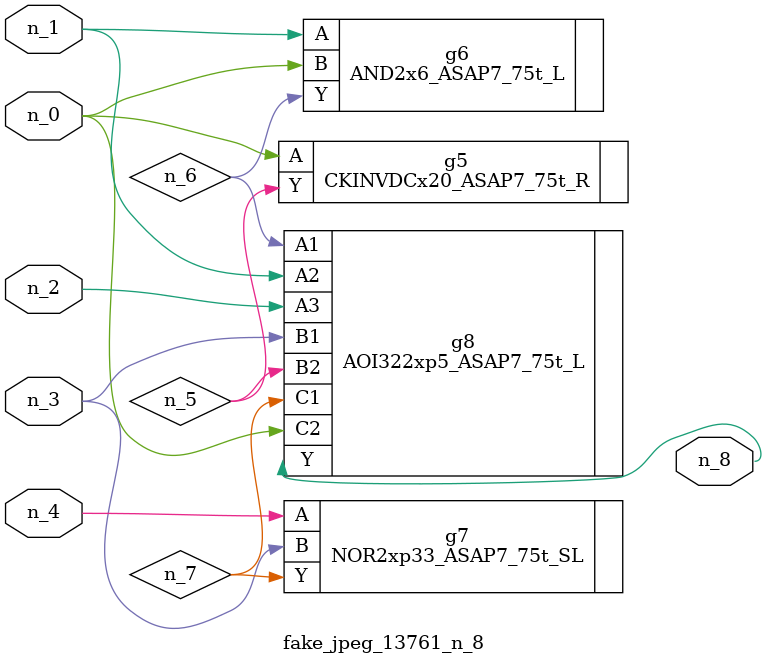
<source format=v>
module fake_jpeg_13761_n_8 (n_3, n_2, n_1, n_0, n_4, n_8);

input n_3;
input n_2;
input n_1;
input n_0;
input n_4;

output n_8;

wire n_6;
wire n_5;
wire n_7;

CKINVDCx20_ASAP7_75t_R g5 ( 
.A(n_0),
.Y(n_5)
);

AND2x6_ASAP7_75t_L g6 ( 
.A(n_1),
.B(n_0),
.Y(n_6)
);

NOR2xp33_ASAP7_75t_SL g7 ( 
.A(n_4),
.B(n_3),
.Y(n_7)
);

AOI322xp5_ASAP7_75t_L g8 ( 
.A1(n_6),
.A2(n_1),
.A3(n_2),
.B1(n_3),
.B2(n_5),
.C1(n_7),
.C2(n_0),
.Y(n_8)
);


endmodule
</source>
